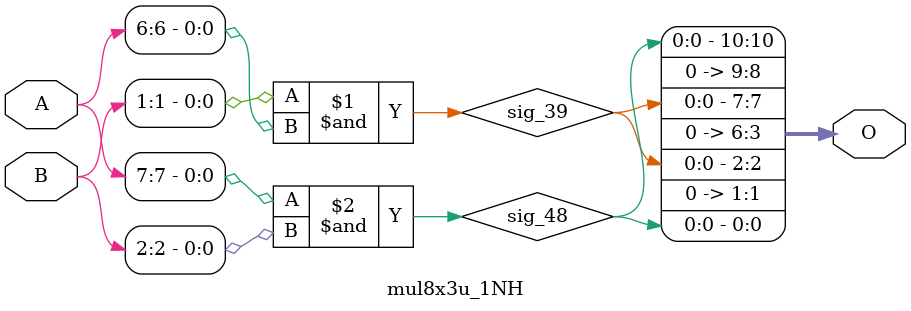
<source format=v>
/***
* This code is a part of EvoApproxLib library (ehw.fit.vutbr.cz/approxlib) distributed under The MIT License.
* When used, please cite the following article(s): V. Mrazek, L. Sekanina, Z. Vasicek "Libraries of Approximate Circuits: Automated Design and Application in CNN Accelerators" IEEE Journal on Emerging and Selected Topics in Circuits and Systems, Vol 10, No 4, 2020 
* This file contains a circuit from a sub-set of pareto optimal circuits with respect to the pwr and wce parameters
***/
// MAE% = 10.29 %
// MAE = 211 
// WCE% = 36.96 %
// WCE = 757 
// WCRE% = 100.20 %
// EP% = 87.06 %
// MRE% = 70.10 %
// MSE = 76819 
// PDK45_PWR = 0.0006 mW
// PDK45_AREA = 4.7 um2
// PDK45_DELAY = 0.04 ns

module mul8x3u_1NH (
    A,
    B,
    O
);

input [7:0] A;
input [2:0] B;
output [10:0] O;

wire sig_39,sig_48;

assign sig_39 = B[1] & A[6];
assign sig_48 = A[7] & B[2];

assign O[10] = sig_48;
assign O[9] = 1'b0;
assign O[8] = 1'b0;
assign O[7] = sig_39;
assign O[6] = 1'b0;
assign O[5] = 1'b0;
assign O[4] = 1'b0;
assign O[3] = 1'b0;
assign O[2] = sig_39;
assign O[1] = 1'b0;
assign O[0] = sig_48;

endmodule



</source>
